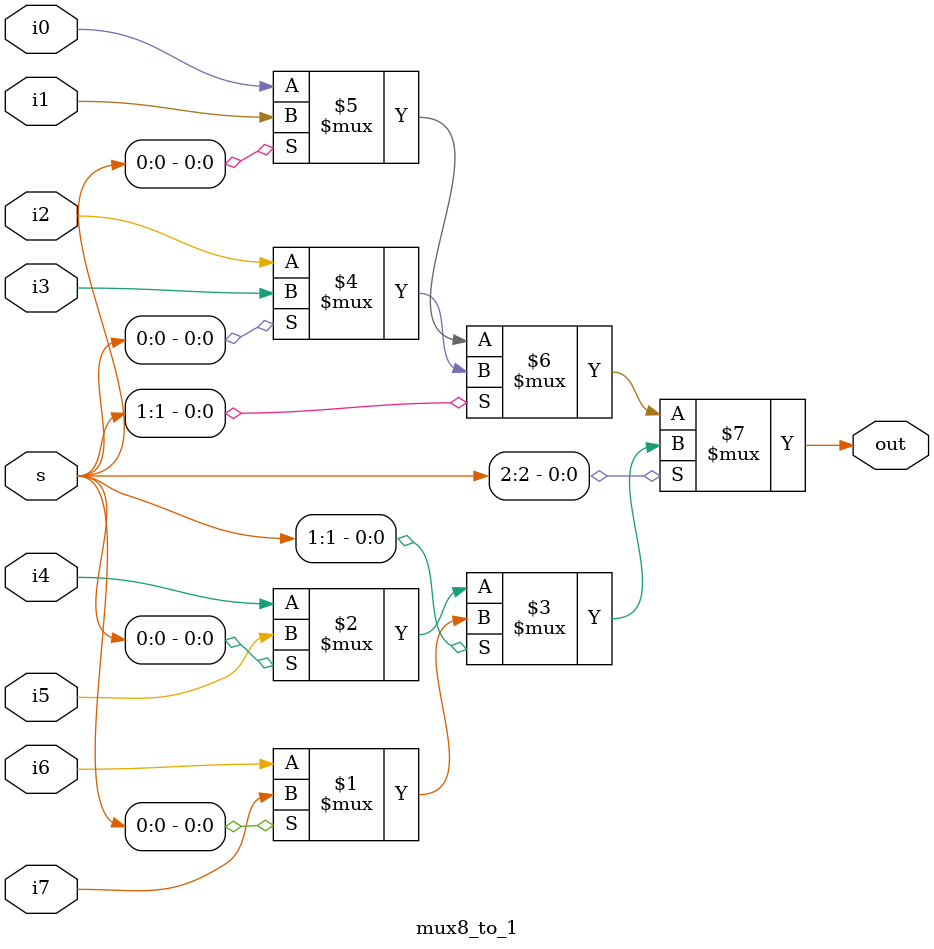
<source format=v>
`timescale 1ns / 1ps


module mux8_to_1(i0, i1, i2, i3, i4 ,i5, i6, i7, s, out);

input i0, i1, i2, i3 ,i4, i5, i6, i7;
input [2:0]s;

output out;
assign out = s[2] ? (s[1] ? (s[0] ? i7 : i6) : (s[0] ? i5 : i4)) : (s[1]?(s[0] ? i3 : i2) : (s[0] ? i1 : i0));

endmodule

</source>
